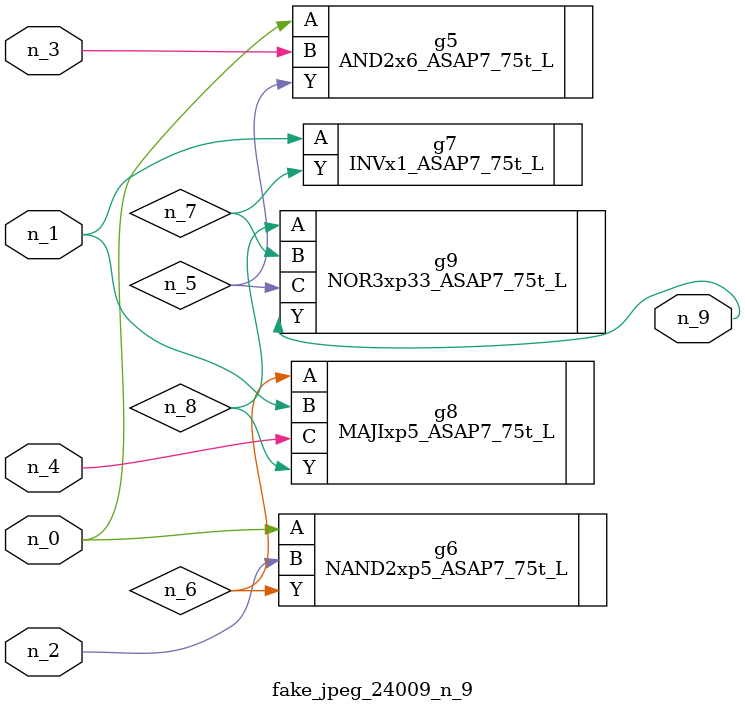
<source format=v>
module fake_jpeg_24009_n_9 (n_3, n_2, n_1, n_0, n_4, n_9);

input n_3;
input n_2;
input n_1;
input n_0;
input n_4;

output n_9;

wire n_8;
wire n_6;
wire n_5;
wire n_7;

AND2x6_ASAP7_75t_L g5 ( 
.A(n_0),
.B(n_3),
.Y(n_5)
);

NAND2xp5_ASAP7_75t_L g6 ( 
.A(n_0),
.B(n_2),
.Y(n_6)
);

INVx1_ASAP7_75t_L g7 ( 
.A(n_1),
.Y(n_7)
);

MAJIxp5_ASAP7_75t_L g8 ( 
.A(n_6),
.B(n_1),
.C(n_4),
.Y(n_8)
);

NOR3xp33_ASAP7_75t_L g9 ( 
.A(n_8),
.B(n_7),
.C(n_5),
.Y(n_9)
);


endmodule
</source>
